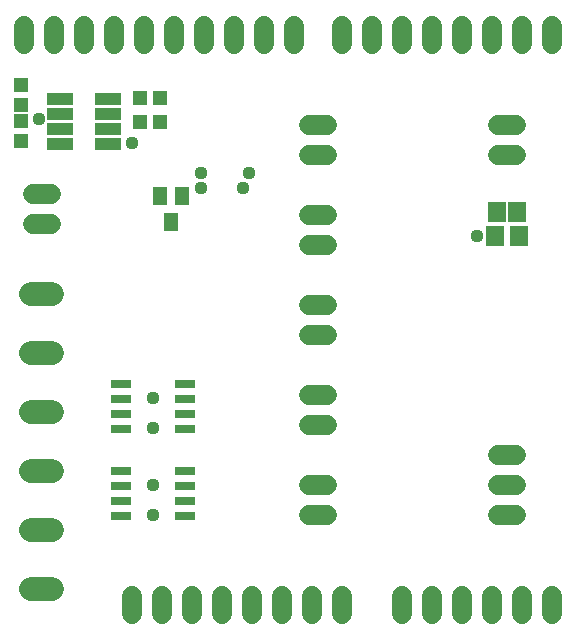
<source format=gts>
G75*
G70*
%OFA0B0*%
%FSLAX24Y24*%
%IPPOS*%
%LPD*%
%AMOC8*
5,1,8,0,0,1.08239X$1,22.5*
%
%ADD10C,0.0680*%
%ADD11R,0.0690X0.0316*%
%ADD12C,0.0785*%
%ADD13R,0.0592X0.0671*%
%ADD14R,0.0592X0.0710*%
%ADD15R,0.0880X0.0390*%
%ADD16R,0.0474X0.0513*%
%ADD17R,0.0474X0.0631*%
%ADD18C,0.0437*%
D10*
X005350Y001150D02*
X005350Y001750D01*
X006350Y001750D02*
X006350Y001150D01*
X007350Y001150D02*
X007350Y001750D01*
X008350Y001750D02*
X008350Y001150D01*
X009350Y001150D02*
X009350Y001750D01*
X010350Y001750D02*
X010350Y001150D01*
X011350Y001150D02*
X011350Y001750D01*
X012350Y001750D02*
X012350Y001150D01*
X014350Y001150D02*
X014350Y001750D01*
X015350Y001750D02*
X015350Y001150D01*
X016350Y001150D02*
X016350Y001750D01*
X017350Y001750D02*
X017350Y001150D01*
X018350Y001150D02*
X018350Y001750D01*
X019350Y001750D02*
X019350Y001150D01*
X018150Y004450D02*
X017550Y004450D01*
X017550Y005450D02*
X018150Y005450D01*
X018150Y006450D02*
X017550Y006450D01*
X011850Y005450D02*
X011250Y005450D01*
X011250Y004450D02*
X011850Y004450D01*
X011850Y007450D02*
X011250Y007450D01*
X011250Y008450D02*
X011850Y008450D01*
X011850Y010450D02*
X011250Y010450D01*
X011250Y011450D02*
X011850Y011450D01*
X011850Y013450D02*
X011250Y013450D01*
X011250Y014450D02*
X011850Y014450D01*
X011850Y016450D02*
X011250Y016450D01*
X011250Y017450D02*
X011850Y017450D01*
X012350Y020150D02*
X012350Y020750D01*
X013350Y020750D02*
X013350Y020150D01*
X014350Y020150D02*
X014350Y020750D01*
X015350Y020750D02*
X015350Y020150D01*
X016350Y020150D02*
X016350Y020750D01*
X017350Y020750D02*
X017350Y020150D01*
X018350Y020150D02*
X018350Y020750D01*
X019350Y020750D02*
X019350Y020150D01*
X018150Y017450D02*
X017550Y017450D01*
X017550Y016450D02*
X018150Y016450D01*
X010750Y020150D02*
X010750Y020750D01*
X009750Y020750D02*
X009750Y020150D01*
X008750Y020150D02*
X008750Y020750D01*
X007750Y020750D02*
X007750Y020150D01*
X006750Y020150D02*
X006750Y020750D01*
X005750Y020750D02*
X005750Y020150D01*
X004750Y020150D02*
X004750Y020750D01*
X003750Y020750D02*
X003750Y020150D01*
X002750Y020150D02*
X002750Y020750D01*
X001750Y020750D02*
X001750Y020150D01*
X002050Y015150D02*
X002650Y015150D01*
X002650Y014150D02*
X002050Y014150D01*
D11*
X004987Y008800D03*
X004987Y008300D03*
X004987Y007800D03*
X004987Y007300D03*
X004987Y005900D03*
X004987Y005400D03*
X004987Y004900D03*
X004987Y004400D03*
X007113Y004400D03*
X007113Y004900D03*
X007113Y005400D03*
X007113Y005900D03*
X007113Y007300D03*
X007113Y007800D03*
X007113Y008300D03*
X007113Y008800D03*
D12*
X002695Y001981D02*
X001990Y001981D01*
X001990Y003950D02*
X002695Y003950D01*
X002695Y005919D02*
X001990Y005919D01*
X001990Y007881D02*
X002695Y007881D01*
X002695Y009850D02*
X001990Y009850D01*
X001990Y011819D02*
X002695Y011819D01*
D13*
X017515Y014550D03*
X018185Y014550D03*
D14*
X018244Y013750D03*
X017456Y013750D03*
D15*
X004537Y016800D03*
X004537Y017300D03*
X004537Y017800D03*
X004537Y018300D03*
X002963Y018300D03*
X002963Y017800D03*
X002963Y017300D03*
X002963Y016800D03*
D16*
X001650Y016915D03*
X001650Y017585D03*
X001650Y018115D03*
X001650Y018785D03*
X005615Y018350D03*
X006285Y018350D03*
X006285Y017550D03*
X005615Y017550D03*
D17*
X006276Y015083D03*
X007024Y015083D03*
X006650Y014217D03*
D18*
X007650Y015350D03*
X007650Y015850D03*
X009050Y015350D03*
X009250Y015850D03*
X005350Y016850D03*
X002250Y017650D03*
X006050Y008350D03*
X006050Y007350D03*
X006050Y005450D03*
X006050Y004450D03*
X016850Y013750D03*
M02*

</source>
